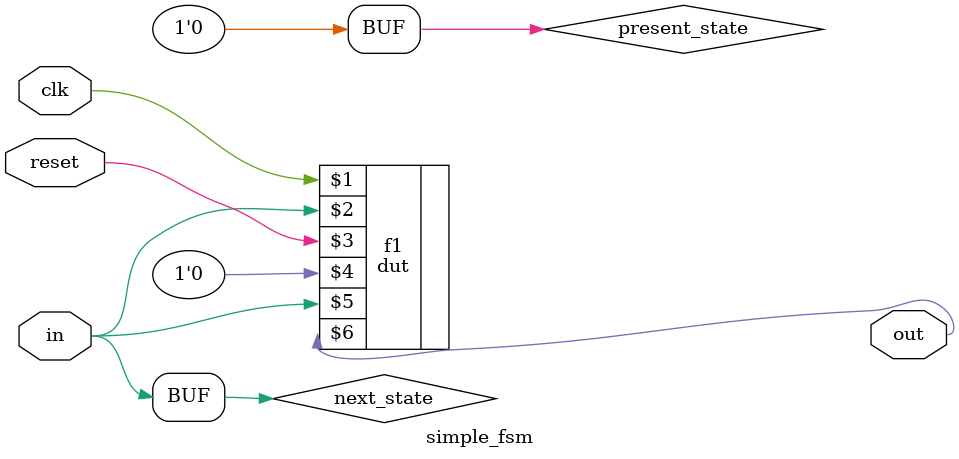
<source format=v>
module simple_fsm(clk, reset, in, out);
input clk;
input reset;
input in;
output out;
wire out;
reg present_state, next_state;
// In state 0, if in=1, stay in state 0. In state 0, if in=0, go to state 1
// In state 1, if in=1, stay in state 1. In state 1, if in=0, go to state 0
// out=1 in state 0 and out=0 in state 1
dut f1(clk, next_state, reset, present_state, in, out);
//reset_design r1(reset,clk, next_state, present_state);
initial begin
//present_state initalization
present_state = 1'b0;
//****IMPORTANT****Next State assignment rule needs to be changed
next_state = in;
end
endmodule

</source>
